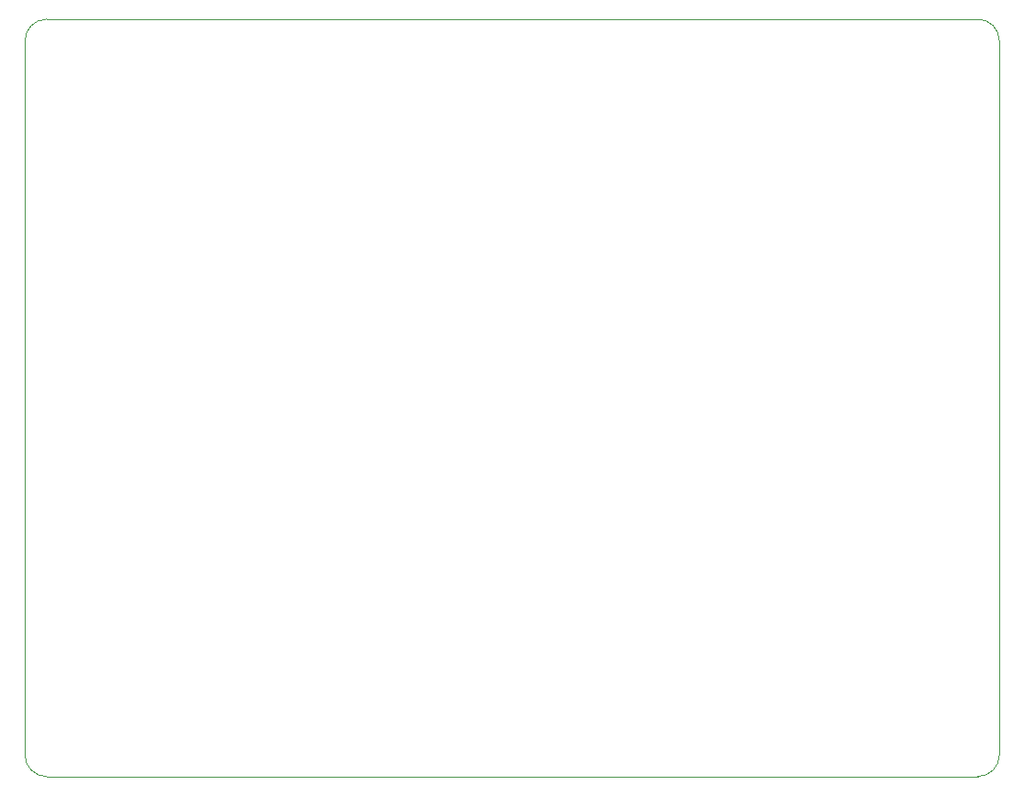
<source format=gbr>
%TF.GenerationSoftware,KiCad,Pcbnew,7.0.0-da2b9df05c~171~ubuntu22.04.1*%
%TF.CreationDate,2023-03-09T21:45:25+08:00*%
%TF.ProjectId,circuit,63697263-7569-4742-9e6b-696361645f70,1.0*%
%TF.SameCoordinates,Original*%
%TF.FileFunction,Profile,NP*%
%FSLAX46Y46*%
G04 Gerber Fmt 4.6, Leading zero omitted, Abs format (unit mm)*
G04 Created by KiCad (PCBNEW 7.0.0-da2b9df05c~171~ubuntu22.04.1) date 2023-03-09 21:45:25*
%MOMM*%
%LPD*%
G01*
G04 APERTURE LIST*
%TA.AperFunction,Profile*%
%ADD10C,0.100000*%
%TD*%
G04 APERTURE END LIST*
D10*
X146960000Y-91940000D02*
X146960000Y-25940000D01*
X56960000Y-25940000D02*
X56960000Y-91940000D01*
X58960000Y-23940000D02*
G75*
G03*
X56960000Y-25940000I0J-2000000D01*
G01*
X146960000Y-25940000D02*
G75*
G03*
X144960000Y-23940000I-2000000J0D01*
G01*
X56960000Y-91940000D02*
G75*
G03*
X58960000Y-93940000I2000000J0D01*
G01*
X58960000Y-93940000D02*
X144960000Y-93940000D01*
X144960000Y-23940000D02*
X58960000Y-23940000D01*
X144960000Y-93940000D02*
G75*
G03*
X146960000Y-91940000I0J2000000D01*
G01*
M02*

</source>
